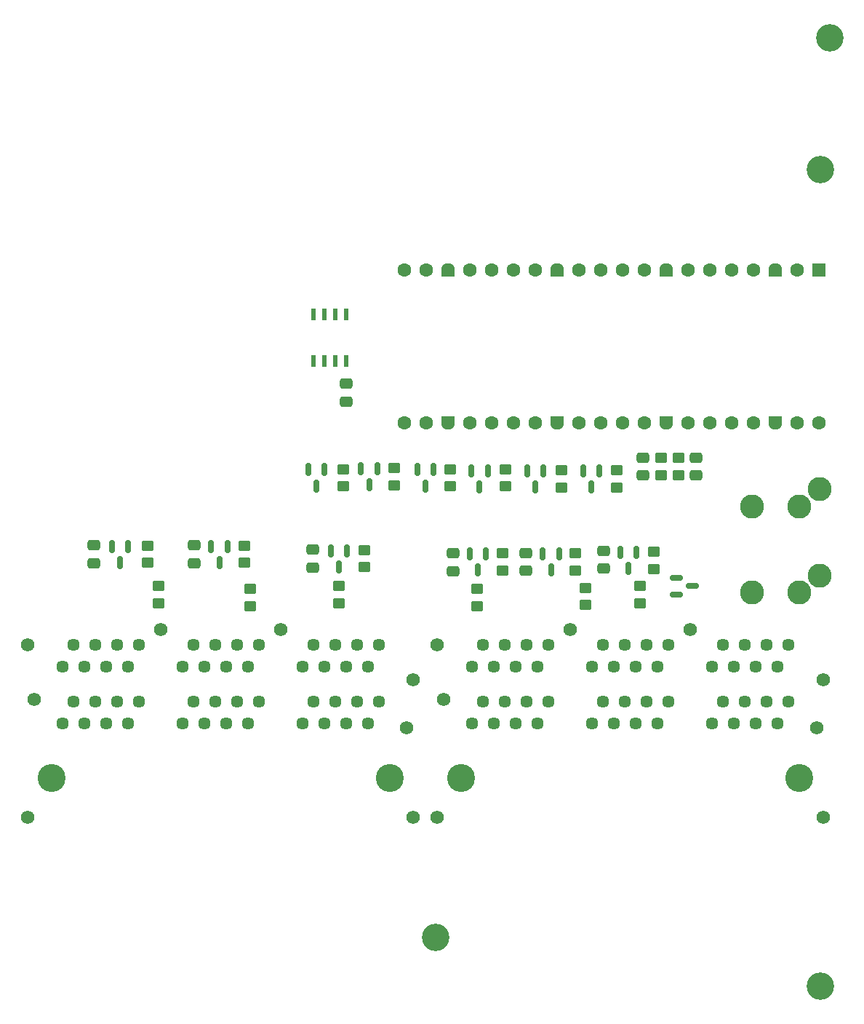
<source format=gts>
%TF.GenerationSoftware,KiCad,Pcbnew,9.0.0*%
%TF.CreationDate,2025-03-16T14:08:26-07:00*%
%TF.ProjectId,elan_interface,656c616e-5f69-46e7-9465-72666163652e,rev?*%
%TF.SameCoordinates,Original*%
%TF.FileFunction,Soldermask,Top*%
%TF.FilePolarity,Negative*%
%FSLAX46Y46*%
G04 Gerber Fmt 4.6, Leading zero omitted, Abs format (unit mm)*
G04 Created by KiCad (PCBNEW 9.0.0) date 2025-03-16 14:08:26*
%MOMM*%
%LPD*%
G01*
G04 APERTURE LIST*
G04 Aperture macros list*
%AMRoundRect*
0 Rectangle with rounded corners*
0 $1 Rounding radius*
0 $2 $3 $4 $5 $6 $7 $8 $9 X,Y pos of 4 corners*
0 Add a 4 corners polygon primitive as box body*
4,1,4,$2,$3,$4,$5,$6,$7,$8,$9,$2,$3,0*
0 Add four circle primitives for the rounded corners*
1,1,$1+$1,$2,$3*
1,1,$1+$1,$4,$5*
1,1,$1+$1,$6,$7*
1,1,$1+$1,$8,$9*
0 Add four rect primitives between the rounded corners*
20,1,$1+$1,$2,$3,$4,$5,0*
20,1,$1+$1,$4,$5,$6,$7,0*
20,1,$1+$1,$6,$7,$8,$9,0*
20,1,$1+$1,$8,$9,$2,$3,0*%
%AMFreePoly0*
4,1,37,0.603843,0.796157,0.639018,0.796157,0.711114,0.766294,0.766294,0.711114,0.796157,0.639018,0.796157,0.603843,0.800000,0.600000,0.800000,-0.600000,0.796157,-0.603843,0.796157,-0.639018,0.766294,-0.711114,0.711114,-0.766294,0.639018,-0.796157,0.603843,-0.796157,0.600000,-0.800000,0.000000,-0.800000,0.000000,-0.796148,-0.078414,-0.796148,-0.232228,-0.765552,-0.377117,-0.705537,
-0.507515,-0.618408,-0.618408,-0.507515,-0.705537,-0.377117,-0.765552,-0.232228,-0.796148,-0.078414,-0.796148,0.078414,-0.765552,0.232228,-0.705537,0.377117,-0.618408,0.507515,-0.507515,0.618408,-0.377117,0.705537,-0.232228,0.765552,-0.078414,0.796148,0.000000,0.796148,0.000000,0.800000,0.600000,0.800000,0.603843,0.796157,0.603843,0.796157,$1*%
%AMFreePoly1*
4,1,37,0.000000,0.796148,0.078414,0.796148,0.232228,0.765552,0.377117,0.705537,0.507515,0.618408,0.618408,0.507515,0.705537,0.377117,0.765552,0.232228,0.796148,0.078414,0.796148,-0.078414,0.765552,-0.232228,0.705537,-0.377117,0.618408,-0.507515,0.507515,-0.618408,0.377117,-0.705537,0.232228,-0.765552,0.078414,-0.796148,0.000000,-0.796148,0.000000,-0.800000,-0.600000,-0.800000,
-0.603843,-0.796157,-0.639018,-0.796157,-0.711114,-0.766294,-0.766294,-0.711114,-0.796157,-0.639018,-0.796157,-0.603843,-0.800000,-0.600000,-0.800000,0.600000,-0.796157,0.603843,-0.796157,0.639018,-0.766294,0.711114,-0.711114,0.766294,-0.639018,0.796157,-0.603843,0.796157,-0.600000,0.800000,0.000000,0.800000,0.000000,0.796148,0.000000,0.796148,$1*%
G04 Aperture macros list end*
%ADD10RoundRect,0.150000X-0.150000X0.587500X-0.150000X-0.587500X0.150000X-0.587500X0.150000X0.587500X0*%
%ADD11RoundRect,0.250000X0.450000X-0.350000X0.450000X0.350000X-0.450000X0.350000X-0.450000X-0.350000X0*%
%ADD12RoundRect,0.250000X-0.475000X0.337500X-0.475000X-0.337500X0.475000X-0.337500X0.475000X0.337500X0*%
%ADD13C,3.200000*%
%ADD14RoundRect,0.200000X-0.600000X0.600000X-0.600000X-0.600000X0.600000X-0.600000X0.600000X0.600000X0*%
%ADD15C,1.600000*%
%ADD16FreePoly0,270.000000*%
%ADD17FreePoly1,270.000000*%
%ADD18C,2.800000*%
%ADD19RoundRect,0.250000X-0.450000X0.350000X-0.450000X-0.350000X0.450000X-0.350000X0.450000X0.350000X0*%
%ADD20R,0.558800X1.460500*%
%ADD21C,1.570000*%
%ADD22C,3.250000*%
%ADD23C,1.450000*%
%ADD24RoundRect,0.150000X-0.587500X-0.150000X0.587500X-0.150000X0.587500X0.150000X-0.587500X0.150000X0*%
G04 APERTURE END LIST*
D10*
%TO.C,Q2*%
X178550000Y-80562500D03*
X176650000Y-80562500D03*
X177600000Y-82437500D03*
%TD*%
D11*
%TO.C,R16*%
X144400000Y-72900000D03*
X144400000Y-70900000D03*
%TD*%
D12*
%TO.C,C7*%
X127100000Y-79762500D03*
X127100000Y-81837500D03*
%TD*%
D10*
%TO.C,Q6*%
X169550000Y-80725000D03*
X167650000Y-80725000D03*
X168600000Y-82600000D03*
%TD*%
D11*
%TO.C,R17*%
X169800000Y-73000000D03*
X169800000Y-71000000D03*
%TD*%
D10*
%TO.C,Q4*%
X119400000Y-79862500D03*
X117500000Y-79862500D03*
X118450000Y-81737500D03*
%TD*%
D13*
%TO.C,H4*%
X201050000Y-20700000D03*
%TD*%
D11*
%TO.C,R20*%
X156900000Y-72900000D03*
X156900000Y-70900000D03*
%TD*%
D14*
%TO.C,U1*%
X199820000Y-47720000D03*
D15*
X197280000Y-47720000D03*
D16*
X194740000Y-47720000D03*
D15*
X192200000Y-47720000D03*
X189660000Y-47720000D03*
X187120000Y-47720000D03*
X184580000Y-47720000D03*
D16*
X182040000Y-47720000D03*
D15*
X179500000Y-47720000D03*
X176960000Y-47720000D03*
X174420000Y-47720000D03*
X171880000Y-47720000D03*
D16*
X169340000Y-47720000D03*
D15*
X166800000Y-47720000D03*
X164260000Y-47720000D03*
X161720000Y-47720000D03*
X159180000Y-47720000D03*
D16*
X156640000Y-47720000D03*
D15*
X154100000Y-47720000D03*
X151560000Y-47720000D03*
X151560000Y-65500000D03*
X154100000Y-65500000D03*
D17*
X156640000Y-65500000D03*
D15*
X159180000Y-65500000D03*
X161720000Y-65500000D03*
X164260000Y-65500000D03*
X166800000Y-65500000D03*
D17*
X169340000Y-65500000D03*
D15*
X171880000Y-65500000D03*
X174420000Y-65500000D03*
X176960000Y-65500000D03*
X179500000Y-65500000D03*
D17*
X182040000Y-65500000D03*
D15*
X184580000Y-65500000D03*
X187120000Y-65500000D03*
X189660000Y-65500000D03*
X192200000Y-65500000D03*
D17*
X194740000Y-65500000D03*
D15*
X197280000Y-65500000D03*
X199820000Y-65500000D03*
%TD*%
D18*
%TO.C,J2*%
X192020000Y-85250000D03*
X199920000Y-83250000D03*
X197520000Y-85250000D03*
%TD*%
D10*
%TO.C,Q9*%
X161250000Y-71062500D03*
X159350000Y-71062500D03*
X160300000Y-72937500D03*
%TD*%
D19*
%TO.C,R4*%
X122950000Y-84500000D03*
X122950000Y-86500000D03*
%TD*%
%TO.C,R11*%
X146900000Y-80300000D03*
X146900000Y-82300000D03*
%TD*%
D13*
%TO.C,H2*%
X200000000Y-131000000D03*
%TD*%
D12*
%TO.C,C1*%
X144800000Y-60962500D03*
X144800000Y-63037500D03*
%TD*%
D19*
%TO.C,R9*%
X163000000Y-80700000D03*
X163000000Y-82700000D03*
%TD*%
%TO.C,R2*%
X179000000Y-84500000D03*
X179000000Y-86500000D03*
%TD*%
D10*
%TO.C,Q8*%
X130950000Y-79862500D03*
X129050000Y-79862500D03*
X130000000Y-81737500D03*
%TD*%
D12*
%TO.C,C6*%
X165700000Y-80625000D03*
X165700000Y-82700000D03*
%TD*%
D19*
%TO.C,R5*%
X171400000Y-80700000D03*
X171400000Y-82700000D03*
%TD*%
%TO.C,R13*%
X183450000Y-69600000D03*
X183450000Y-71600000D03*
%TD*%
%TO.C,R3*%
X121650000Y-79800000D03*
X121650000Y-81800000D03*
%TD*%
D10*
%TO.C,Q10*%
X161050000Y-80725000D03*
X159150000Y-80725000D03*
X160100000Y-82600000D03*
%TD*%
%TO.C,Q7*%
X148384750Y-70859750D03*
X146484750Y-70859750D03*
X147434750Y-72734750D03*
%TD*%
D12*
%TO.C,C5*%
X115350000Y-79762500D03*
X115350000Y-81837500D03*
%TD*%
D19*
%TO.C,R6*%
X172600000Y-84700000D03*
X172600000Y-86700000D03*
%TD*%
D12*
%TO.C,C10*%
X179300000Y-69562500D03*
X179300000Y-71637500D03*
%TD*%
D10*
%TO.C,Q5*%
X167750000Y-71062500D03*
X165850000Y-71062500D03*
X166800000Y-72937500D03*
%TD*%
D12*
%TO.C,C9*%
X140900000Y-80262500D03*
X140900000Y-82337500D03*
%TD*%
D20*
%TO.C,U2*%
X144805000Y-52875850D03*
X143535000Y-52875850D03*
X142265000Y-52875850D03*
X140995000Y-52875850D03*
X140995000Y-58324150D03*
X142265000Y-58324150D03*
X143535000Y-58324150D03*
X144805000Y-58324150D03*
%TD*%
D12*
%TO.C,C11*%
X185500000Y-69562500D03*
X185500000Y-71637500D03*
%TD*%
D10*
%TO.C,Q12*%
X144850000Y-80362500D03*
X142950000Y-80362500D03*
X143900000Y-82237500D03*
%TD*%
D11*
%TO.C,R19*%
X163300000Y-72900000D03*
X163300000Y-70900000D03*
%TD*%
D10*
%TO.C,Q1*%
X174250000Y-71062500D03*
X172350000Y-71062500D03*
X173300000Y-72937500D03*
%TD*%
D12*
%TO.C,C8*%
X157220000Y-80675000D03*
X157220000Y-82750000D03*
%TD*%
D19*
%TO.C,R7*%
X132900000Y-79800000D03*
X132900000Y-81800000D03*
%TD*%
D12*
%TO.C,C2*%
X174700000Y-80362500D03*
X174700000Y-82437500D03*
%TD*%
D18*
%TO.C,J1*%
X192020000Y-75250000D03*
X199920000Y-73250000D03*
X197520000Y-75250000D03*
%TD*%
D21*
%TO.C,C3*%
X107645000Y-91360000D03*
X107645000Y-111420000D03*
X108405000Y-97710000D03*
D22*
X110435000Y-106850000D03*
D21*
X123135000Y-89580000D03*
X137105000Y-89580000D03*
D22*
X149805000Y-106850000D03*
D21*
X151835000Y-101010000D03*
X152595000Y-95420000D03*
X152595000Y-111420000D03*
D23*
X148535000Y-91360000D03*
X147265000Y-93900000D03*
X145995000Y-91360000D03*
X144725000Y-93900000D03*
X143455000Y-91360000D03*
X142185000Y-93900000D03*
X140915000Y-91360000D03*
X139645000Y-93900000D03*
X134565000Y-91360000D03*
X133295000Y-93900000D03*
X132025000Y-91360000D03*
X130755000Y-93900000D03*
X129485000Y-91360000D03*
X128215000Y-93900000D03*
X126945000Y-91360000D03*
X125675000Y-93900000D03*
X120595000Y-91360000D03*
X119325000Y-93900000D03*
X118055000Y-91360000D03*
X116785000Y-93900000D03*
X115515000Y-91360000D03*
X114245000Y-93900000D03*
X112975000Y-91360000D03*
X111705000Y-93900000D03*
X111705000Y-100500000D03*
X112975000Y-97960000D03*
X114245000Y-100500000D03*
X115515000Y-97960000D03*
X116785000Y-100500000D03*
X118055000Y-97960000D03*
X119325000Y-100500000D03*
X120595000Y-97960000D03*
X125675000Y-100500000D03*
X126945000Y-97960000D03*
X128215000Y-100500000D03*
X129485000Y-97960000D03*
X130755000Y-100500000D03*
X132025000Y-97960000D03*
X133295000Y-100500000D03*
X134565000Y-97960000D03*
X139645000Y-100500000D03*
X140915000Y-97960000D03*
X142185000Y-100500000D03*
X143455000Y-97960000D03*
X144725000Y-100500000D03*
X145995000Y-97960000D03*
X147265000Y-100500000D03*
X148535000Y-97960000D03*
%TD*%
D13*
%TO.C,H3*%
X200000000Y-36000000D03*
%TD*%
D10*
%TO.C,Q3*%
X142250000Y-70962500D03*
X140350000Y-70962500D03*
X141300000Y-72837500D03*
%TD*%
D13*
%TO.C,H1*%
X155150000Y-125400000D03*
%TD*%
D11*
%TO.C,R15*%
X176300000Y-73000000D03*
X176300000Y-71000000D03*
%TD*%
%TO.C,R18*%
X150334750Y-72765250D03*
X150334750Y-70765250D03*
%TD*%
D19*
%TO.C,R8*%
X133600000Y-84800000D03*
X133600000Y-86800000D03*
%TD*%
%TO.C,R1*%
X180600000Y-80500000D03*
X180600000Y-82500000D03*
%TD*%
D24*
%TO.C,Q13*%
X183162500Y-83550000D03*
X183162500Y-85450000D03*
X185037500Y-84500000D03*
%TD*%
D19*
%TO.C,R10*%
X160020000Y-84812500D03*
X160020000Y-86812500D03*
%TD*%
%TO.C,R14*%
X181400000Y-69600000D03*
X181400000Y-71600000D03*
%TD*%
%TO.C,R12*%
X143900000Y-84500000D03*
X143900000Y-86500000D03*
%TD*%
D10*
%TO.C,Q11*%
X154950000Y-70962500D03*
X153050000Y-70962500D03*
X154000000Y-72837500D03*
%TD*%
D21*
%TO.C,C4*%
X155330000Y-91360000D03*
X155330000Y-111420000D03*
X156090000Y-97710000D03*
D22*
X158120000Y-106850000D03*
D21*
X170820000Y-89580000D03*
X184790000Y-89580000D03*
D22*
X197490000Y-106850000D03*
D21*
X199520000Y-101010000D03*
X200280000Y-95420000D03*
X200280000Y-111420000D03*
D23*
X196220000Y-91360000D03*
X194950000Y-93900000D03*
X193680000Y-91360000D03*
X192410000Y-93900000D03*
X191140000Y-91360000D03*
X189870000Y-93900000D03*
X188600000Y-91360000D03*
X187330000Y-93900000D03*
X182250000Y-91360000D03*
X180980000Y-93900000D03*
X179710000Y-91360000D03*
X178440000Y-93900000D03*
X177170000Y-91360000D03*
X175900000Y-93900000D03*
X174630000Y-91360000D03*
X173360000Y-93900000D03*
X168280000Y-91360000D03*
X167010000Y-93900000D03*
X165740000Y-91360000D03*
X164470000Y-93900000D03*
X163200000Y-91360000D03*
X161930000Y-93900000D03*
X160660000Y-91360000D03*
X159390000Y-93900000D03*
X159390000Y-100500000D03*
X160660000Y-97960000D03*
X161930000Y-100500000D03*
X163200000Y-97960000D03*
X164470000Y-100500000D03*
X165740000Y-97960000D03*
X167010000Y-100500000D03*
X168280000Y-97960000D03*
X173360000Y-100500000D03*
X174630000Y-97960000D03*
X175900000Y-100500000D03*
X177170000Y-97960000D03*
X178440000Y-100500000D03*
X179710000Y-97960000D03*
X180980000Y-100500000D03*
X182250000Y-97960000D03*
X187330000Y-100500000D03*
X188600000Y-97960000D03*
X189870000Y-100500000D03*
X191140000Y-97960000D03*
X192410000Y-100500000D03*
X193680000Y-97960000D03*
X194950000Y-100500000D03*
X196220000Y-97960000D03*
%TD*%
M02*

</source>
